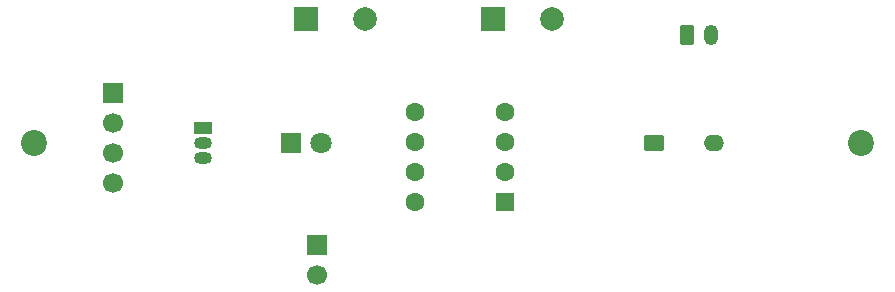
<source format=gbr>
%TF.GenerationSoftware,KiCad,Pcbnew,9.0.1*%
%TF.CreationDate,2025-10-23T13:46:40-06:00*%
%TF.ProjectId,lasertagpcb,6c617365-7274-4616-9770-63622e6b6963,rev?*%
%TF.SameCoordinates,Original*%
%TF.FileFunction,Soldermask,Bot*%
%TF.FilePolarity,Negative*%
%FSLAX46Y46*%
G04 Gerber Fmt 4.6, Leading zero omitted, Abs format (unit mm)*
G04 Created by KiCad (PCBNEW 9.0.1) date 2025-10-23 13:46:40*
%MOMM*%
%LPD*%
G01*
G04 APERTURE LIST*
G04 Aperture macros list*
%AMRoundRect*
0 Rectangle with rounded corners*
0 $1 Rounding radius*
0 $2 $3 $4 $5 $6 $7 $8 $9 X,Y pos of 4 corners*
0 Add a 4 corners polygon primitive as box body*
4,1,4,$2,$3,$4,$5,$6,$7,$8,$9,$2,$3,0*
0 Add four circle primitives for the rounded corners*
1,1,$1+$1,$2,$3*
1,1,$1+$1,$4,$5*
1,1,$1+$1,$6,$7*
1,1,$1+$1,$8,$9*
0 Add four rect primitives between the rounded corners*
20,1,$1+$1,$2,$3,$4,$5,0*
20,1,$1+$1,$4,$5,$6,$7,0*
20,1,$1+$1,$6,$7,$8,$9,0*
20,1,$1+$1,$8,$9,$2,$3,0*%
G04 Aperture macros list end*
%ADD10R,1.700000X1.700000*%
%ADD11C,1.700000*%
%ADD12C,2.200000*%
%ADD13R,2.000000X2.000000*%
%ADD14C,2.000000*%
%ADD15RoundRect,0.250000X-0.350000X-0.625000X0.350000X-0.625000X0.350000X0.625000X-0.350000X0.625000X0*%
%ADD16O,1.200000X1.750000*%
%ADD17R,1.500000X1.050000*%
%ADD18O,1.500000X1.050000*%
%ADD19RoundRect,0.250000X0.550000X0.550000X-0.550000X0.550000X-0.550000X-0.550000X0.550000X-0.550000X0*%
%ADD20C,1.600000*%
%ADD21R,1.800000X1.800000*%
%ADD22C,1.800000*%
%ADD23RoundRect,0.249200X-0.600800X-0.450800X0.600800X-0.450800X0.600800X0.450800X-0.600800X0.450800X0*%
%ADD24O,1.700000X1.400000*%
G04 APERTURE END LIST*
D10*
%TO.C,J1*%
X105680000Y-68820000D03*
D11*
X105680000Y-71360000D03*
X105680000Y-73900000D03*
X105680000Y-76440000D03*
%TD*%
D10*
%TO.C,J2*%
X122970000Y-81665000D03*
D11*
X122970000Y-84205000D03*
%TD*%
D12*
%TO.C,REF\u002A\u002A*%
X169000000Y-73000000D03*
%TD*%
D13*
%TO.C,C7*%
X137827349Y-62530000D03*
D14*
X142827349Y-62530000D03*
%TD*%
D12*
%TO.C,REF\u002A\u002A*%
X99000000Y-73000000D03*
%TD*%
D15*
%TO.C,J3*%
X154280000Y-63910000D03*
D16*
X156280000Y-63910000D03*
%TD*%
D13*
%TO.C,C5*%
X122037349Y-62570000D03*
D14*
X127037349Y-62570000D03*
%TD*%
D17*
%TO.C,Q1*%
X113240000Y-71730000D03*
D18*
X113240000Y-73000000D03*
X113240000Y-74270000D03*
%TD*%
D19*
%TO.C,U1*%
X138825000Y-78030000D03*
D20*
X138825000Y-75490000D03*
X138825000Y-72950000D03*
X138825000Y-70410000D03*
X131205000Y-70410000D03*
X131205000Y-72950000D03*
X131205000Y-75490000D03*
X131205000Y-78030000D03*
%TD*%
D21*
%TO.C,D1*%
X120730000Y-73000000D03*
D22*
X123270000Y-73000000D03*
%TD*%
D23*
%TO.C,D2*%
X151460000Y-73000000D03*
D24*
X156540000Y-73000000D03*
%TD*%
M02*

</source>
